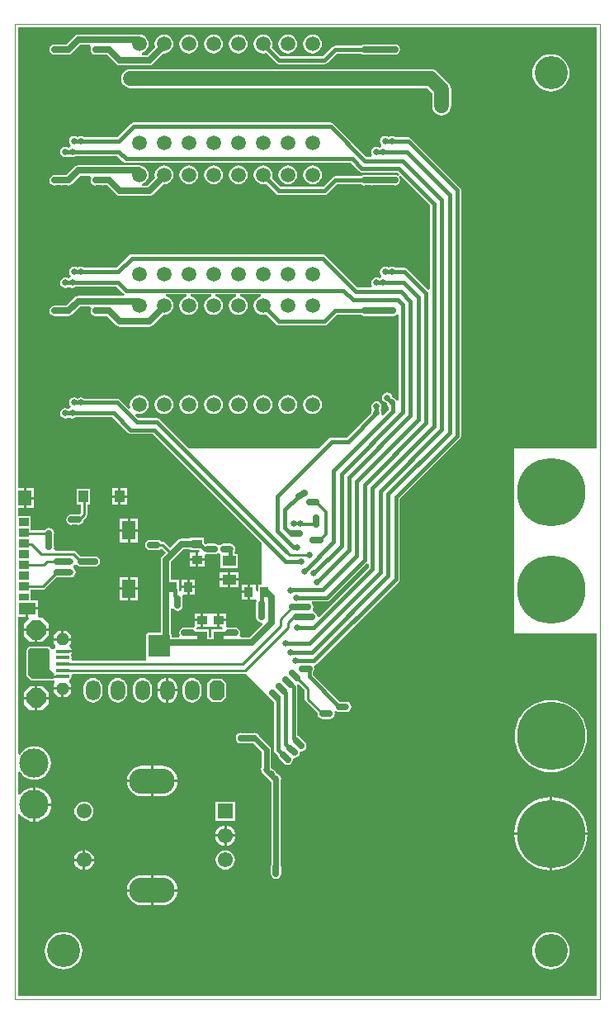
<source format=gbl>
G04*
G04 #@! TF.GenerationSoftware,Altium Limited,Altium Designer,20.0.13 (296)*
G04*
G04 Layer_Physical_Order=2*
G04 Layer_Color=16711680*
%FSLAX24Y24*%
%MOIN*%
G70*
G01*
G75*
%ADD14C,0.0010*%
%ADD15R,0.0394X0.0354*%
%ADD16R,0.0354X0.0394*%
%ADD24R,0.0551X0.0413*%
G04:AMPARAMS|DCode=38|XSize=102.4mil|YSize=185mil|CornerRadius=51.2mil|HoleSize=0mil|Usage=FLASHONLY|Rotation=270.000|XOffset=0mil|YOffset=0mil|HoleType=Round|Shape=RoundedRectangle|*
%AMROUNDEDRECTD38*
21,1,0.1024,0.0827,0,0,270.0*
21,1,0.0000,0.1850,0,0,270.0*
1,1,0.1024,-0.0413,0.0000*
1,1,0.1024,-0.0413,0.0000*
1,1,0.1024,0.0413,0.0000*
1,1,0.1024,0.0413,0.0000*
%
%ADD38ROUNDEDRECTD38*%
%ADD39C,0.0610*%
%ADD40R,0.0610X0.0610*%
%ADD47C,0.0250*%
%ADD48C,0.0115*%
%ADD49C,0.0100*%
%ADD50C,0.0150*%
%ADD51C,0.0600*%
%ADD52C,0.0220*%
%ADD53C,0.0120*%
%ADD54C,0.1181*%
%ADD55C,0.2756*%
%ADD56P,0.0533X8X112.5*%
%ADD57P,0.0852X8X112.5*%
%ADD58C,0.0591*%
G04:AMPARAMS|DCode=59|XSize=59.1mil|YSize=78.7mil|CornerRadius=0mil|HoleSize=0mil|Usage=FLASHONLY|Rotation=180.000|XOffset=0mil|YOffset=0mil|HoleType=Round|Shape=Octagon|*
%AMOCTAGOND59*
4,1,8,0.0148,-0.0394,-0.0148,-0.0394,-0.0295,-0.0246,-0.0295,0.0246,-0.0148,0.0394,0.0148,0.0394,0.0295,0.0246,0.0295,-0.0246,0.0148,-0.0394,0.0*
%
%ADD59OCTAGOND59*%

%ADD60O,0.0591X0.0827*%
%ADD61C,0.0256*%
%ADD62C,0.1339*%
%ADD63O,0.0551X0.0157*%
%ADD64R,0.0709X0.0461*%
%ADD65R,0.0433X0.0295*%
%ADD66R,0.0433X0.0335*%
%ADD67R,0.0531X0.0610*%
%ADD68R,0.0394X0.0472*%
%ADD69R,0.0531X0.0748*%
G36*
X23490Y22244D02*
X20177D01*
Y14764D01*
X23490D01*
X23490Y132D01*
X132D01*
Y7466D01*
X206Y7487D01*
X212Y7487D01*
X297Y7383D01*
X402Y7297D01*
X522Y7233D01*
X652Y7193D01*
X737Y7185D01*
Y7874D01*
Y8563D01*
X652Y8555D01*
X522Y8515D01*
X402Y8451D01*
X297Y8365D01*
X212Y8261D01*
X206Y8261D01*
X132Y8282D01*
Y9182D01*
X212Y9202D01*
X227Y9173D01*
X311Y9071D01*
X413Y8987D01*
X530Y8925D01*
X656Y8886D01*
X787Y8873D01*
X919Y8886D01*
X1045Y8925D01*
X1162Y8987D01*
X1264Y9071D01*
X1348Y9173D01*
X1410Y9289D01*
X1448Y9416D01*
X1461Y9547D01*
X1448Y9679D01*
X1410Y9805D01*
X1348Y9922D01*
X1264Y10024D01*
X1162Y10107D01*
X1045Y10170D01*
X919Y10208D01*
X787Y10221D01*
X656Y10208D01*
X530Y10170D01*
X413Y10107D01*
X311Y10024D01*
X227Y9922D01*
X212Y9893D01*
X132Y9913D01*
Y15453D01*
X442D01*
Y15783D01*
X492D01*
Y15833D01*
X946D01*
Y16114D01*
X651D01*
Y16541D01*
X1122D01*
X1173Y16551D01*
X1216Y16580D01*
X1672Y17036D01*
X1693Y17032D01*
X1708Y17035D01*
X1953D01*
X1969Y17032D01*
X1984Y17035D01*
X2205D01*
X2217Y17037D01*
X2244Y17032D01*
X2325Y17048D01*
X2394Y17094D01*
X2440Y17163D01*
X2456Y17244D01*
X2440Y17325D01*
X2394Y17394D01*
X2365Y17414D01*
X2365Y17508D01*
X2394Y17527D01*
X2414Y17557D01*
X2508D01*
X2527Y17527D01*
X2596Y17481D01*
X2677Y17465D01*
X2692Y17468D01*
X2938D01*
X2953Y17465D01*
X2968Y17468D01*
X3213D01*
X3228Y17465D01*
X3309Y17481D01*
X3378Y17527D01*
X3424Y17596D01*
X3440Y17677D01*
X3424Y17758D01*
X3378Y17827D01*
X3309Y17873D01*
X3228Y17889D01*
X3213Y17886D01*
X2968D01*
X2953Y17889D01*
X2938Y17886D01*
X2692D01*
X2677Y17889D01*
X2657Y17885D01*
X2456Y18086D01*
X2413Y18115D01*
X2362Y18125D01*
X1621D01*
X1577Y18205D01*
X1590Y18268D01*
X1587Y18283D01*
Y18528D01*
X1590Y18543D01*
X1587Y18558D01*
Y18804D01*
X1590Y18819D01*
X1574Y18900D01*
X1528Y18969D01*
X1459Y19015D01*
X1378Y19031D01*
X1297Y19015D01*
X1228Y18969D01*
X1216Y18951D01*
X651D01*
Y19519D01*
X132D01*
Y19835D01*
X354D01*
Y20240D01*
Y20645D01*
X132D01*
Y39238D01*
X23490D01*
X23490Y22244D01*
D02*
G37*
%LPC*%
G36*
X4999Y38949D02*
X2558D01*
X2478Y38933D01*
X2410Y38887D01*
X2410Y38887D01*
X2078Y38555D01*
X1904D01*
X1889Y38558D01*
X1874Y38555D01*
X1628D01*
X1613Y38558D01*
X1532Y38542D01*
X1463Y38496D01*
X1417Y38427D01*
X1401Y38346D01*
X1417Y38265D01*
X1463Y38196D01*
X1532Y38150D01*
X1613Y38134D01*
X1628Y38137D01*
X1874D01*
X1889Y38134D01*
X1904Y38137D01*
X2149D01*
X2165Y38134D01*
X2246Y38150D01*
X2314Y38196D01*
X2323Y38209D01*
X2645Y38531D01*
X3044D01*
X3087Y38451D01*
X3071Y38427D01*
X3055Y38346D01*
X3071Y38265D01*
X3117Y38196D01*
X3186Y38150D01*
X3267Y38134D01*
X3282Y38137D01*
X3527D01*
X3542Y38134D01*
X3558Y38137D01*
X3731D01*
X4103Y37765D01*
X4103Y37765D01*
X4171Y37720D01*
X4251Y37704D01*
X5432D01*
X5432Y37704D01*
X5512Y37720D01*
X5580Y37765D01*
X6006Y38191D01*
X6024Y38188D01*
X6122Y38201D01*
X6213Y38239D01*
X6291Y38299D01*
X6351Y38378D01*
X6389Y38469D01*
X6402Y38567D01*
X6389Y38665D01*
X6351Y38756D01*
X6291Y38835D01*
X6213Y38895D01*
X6122Y38933D01*
X6024Y38945D01*
X5926Y38933D01*
X5834Y38895D01*
X5756Y38835D01*
X5696Y38756D01*
X5658Y38665D01*
X5645Y38567D01*
X5658Y38469D01*
X5668Y38444D01*
X5346Y38122D01*
X5131D01*
X5122Y38201D01*
X5213Y38239D01*
X5291Y38299D01*
X5351Y38378D01*
X5389Y38469D01*
X5402Y38567D01*
X5389Y38665D01*
X5351Y38756D01*
X5291Y38835D01*
X5213Y38895D01*
X5122Y38933D01*
X5024Y38945D01*
X5019Y38945D01*
X4999Y38949D01*
D02*
G37*
G36*
X12024Y38945D02*
X11926Y38933D01*
X11834Y38895D01*
X11756Y38835D01*
X11696Y38756D01*
X11658Y38665D01*
X11645Y38567D01*
X11658Y38469D01*
X11696Y38378D01*
X11756Y38299D01*
X11834Y38239D01*
X11926Y38201D01*
X12024Y38188D01*
X12122Y38201D01*
X12213Y38239D01*
X12291Y38299D01*
X12351Y38378D01*
X12389Y38469D01*
X12402Y38567D01*
X12389Y38665D01*
X12351Y38756D01*
X12291Y38835D01*
X12213Y38895D01*
X12122Y38933D01*
X12024Y38945D01*
D02*
G37*
G36*
X11024D02*
X10926Y38933D01*
X10834Y38895D01*
X10756Y38835D01*
X10696Y38756D01*
X10658Y38665D01*
X10645Y38567D01*
X10658Y38469D01*
X10696Y38378D01*
X10756Y38299D01*
X10834Y38239D01*
X10926Y38201D01*
X11024Y38188D01*
X11122Y38201D01*
X11213Y38239D01*
X11291Y38299D01*
X11351Y38378D01*
X11389Y38469D01*
X11402Y38567D01*
X11389Y38665D01*
X11351Y38756D01*
X11291Y38835D01*
X11213Y38895D01*
X11122Y38933D01*
X11024Y38945D01*
D02*
G37*
G36*
X9024D02*
X8926Y38933D01*
X8834Y38895D01*
X8756Y38835D01*
X8696Y38756D01*
X8658Y38665D01*
X8645Y38567D01*
X8658Y38469D01*
X8696Y38378D01*
X8756Y38299D01*
X8834Y38239D01*
X8926Y38201D01*
X9024Y38188D01*
X9122Y38201D01*
X9213Y38239D01*
X9291Y38299D01*
X9351Y38378D01*
X9389Y38469D01*
X9402Y38567D01*
X9389Y38665D01*
X9351Y38756D01*
X9291Y38835D01*
X9213Y38895D01*
X9122Y38933D01*
X9024Y38945D01*
D02*
G37*
G36*
X8024D02*
X7926Y38933D01*
X7834Y38895D01*
X7756Y38835D01*
X7696Y38756D01*
X7658Y38665D01*
X7645Y38567D01*
X7658Y38469D01*
X7696Y38378D01*
X7756Y38299D01*
X7834Y38239D01*
X7926Y38201D01*
X8024Y38188D01*
X8122Y38201D01*
X8213Y38239D01*
X8291Y38299D01*
X8351Y38378D01*
X8389Y38469D01*
X8402Y38567D01*
X8389Y38665D01*
X8351Y38756D01*
X8291Y38835D01*
X8213Y38895D01*
X8122Y38933D01*
X8024Y38945D01*
D02*
G37*
G36*
X7024D02*
X6926Y38933D01*
X6834Y38895D01*
X6756Y38835D01*
X6696Y38756D01*
X6658Y38665D01*
X6645Y38567D01*
X6658Y38469D01*
X6696Y38378D01*
X6756Y38299D01*
X6834Y38239D01*
X6926Y38201D01*
X7024Y38188D01*
X7122Y38201D01*
X7213Y38239D01*
X7291Y38299D01*
X7351Y38378D01*
X7389Y38469D01*
X7402Y38567D01*
X7389Y38665D01*
X7351Y38756D01*
X7291Y38835D01*
X7213Y38895D01*
X7122Y38933D01*
X7024Y38945D01*
D02*
G37*
G36*
X10024D02*
X9926Y38933D01*
X9834Y38895D01*
X9756Y38835D01*
X9696Y38756D01*
X9658Y38665D01*
X9645Y38567D01*
X9658Y38469D01*
X9696Y38378D01*
X9756Y38299D01*
X9834Y38239D01*
X9926Y38201D01*
X10024Y38188D01*
X10122Y38201D01*
X10146Y38212D01*
X10557Y37801D01*
X10608Y37767D01*
X10668Y37755D01*
X12519D01*
X12579Y37767D01*
X12631Y37801D01*
X13017Y38188D01*
X13995D01*
X14052Y38150D01*
X14133Y38134D01*
X14148Y38137D01*
X14393D01*
X14409Y38134D01*
X14424Y38137D01*
X15338D01*
X15354Y38134D01*
X15435Y38150D01*
X15503Y38196D01*
X15549Y38265D01*
X15566Y38346D01*
X15549Y38427D01*
X15503Y38496D01*
X15435Y38542D01*
X15354Y38558D01*
X15338Y38555D01*
X14424D01*
X14409Y38558D01*
X14393Y38555D01*
X14148D01*
X14133Y38558D01*
X14052Y38542D01*
X13995Y38504D01*
X12952D01*
X12891Y38492D01*
X12840Y38458D01*
X12453Y38071D01*
X10734D01*
X10374Y38431D01*
X10389Y38469D01*
X10402Y38567D01*
X10389Y38665D01*
X10351Y38756D01*
X10291Y38835D01*
X10213Y38895D01*
X10122Y38933D01*
X10024Y38945D01*
D02*
G37*
G36*
X21654Y38154D02*
X21507Y38140D01*
X21365Y38097D01*
X21235Y38028D01*
X21121Y37934D01*
X21028Y37820D01*
X20958Y37690D01*
X20915Y37548D01*
X20901Y37402D01*
X20915Y37255D01*
X20958Y37113D01*
X21028Y36983D01*
X21121Y36869D01*
X21235Y36776D01*
X21365Y36706D01*
X21507Y36663D01*
X21654Y36649D01*
X21800Y36663D01*
X21942Y36706D01*
X22072Y36776D01*
X22186Y36869D01*
X22280Y36983D01*
X22349Y37113D01*
X22392Y37255D01*
X22406Y37402D01*
X22392Y37548D01*
X22349Y37690D01*
X22280Y37820D01*
X22186Y37934D01*
X22072Y38028D01*
X21942Y38097D01*
X21800Y38140D01*
X21654Y38154D01*
D02*
G37*
G36*
X16811Y37549D02*
X4685D01*
X4586Y37536D01*
X4493Y37497D01*
X4414Y37436D01*
X4353Y37357D01*
X4315Y37265D01*
X4302Y37165D01*
X4315Y37066D01*
X4353Y36974D01*
X4414Y36894D01*
X4493Y36833D01*
X4586Y36795D01*
X4685Y36782D01*
X16652D01*
X16861Y36574D01*
Y36073D01*
X16874Y35973D01*
X16912Y35881D01*
X16973Y35802D01*
X17052Y35741D01*
X17145Y35702D01*
X17244Y35689D01*
X17343Y35702D01*
X17436Y35741D01*
X17515Y35802D01*
X17576Y35881D01*
X17614Y35973D01*
X17627Y36073D01*
Y36417D01*
Y36732D01*
X17614Y36831D01*
X17576Y36924D01*
X17515Y37003D01*
X17082Y37436D01*
X17003Y37497D01*
X16910Y37536D01*
X16811Y37549D01*
D02*
G37*
G36*
X12756Y35394D02*
X4803D01*
X4743Y35382D01*
X4691Y35348D01*
X4147Y34803D01*
X2814D01*
X2757Y34841D01*
X2676Y34857D01*
X2595Y34841D01*
X2539Y34804D01*
X2538D01*
X2482Y34841D01*
X2401Y34857D01*
X2320Y34841D01*
X2251Y34795D01*
X2205Y34726D01*
X2189Y34645D01*
X2205Y34564D01*
X2251Y34495D01*
X2255Y34492D01*
X2242Y34416D01*
X2172Y34378D01*
X2128Y34408D01*
X2046Y34424D01*
X1965Y34408D01*
X1896Y34362D01*
X1851Y34293D01*
X1834Y34212D01*
X1851Y34131D01*
X1896Y34062D01*
X1965Y34016D01*
X2046Y34000D01*
X2128Y34016D01*
X2184Y34054D01*
X2241Y34016D01*
X2322Y34000D01*
X2403Y34016D01*
X2461Y34055D01*
X4147D01*
X4376Y33825D01*
X4428Y33791D01*
X4488Y33779D01*
X13557D01*
X13904Y33432D01*
X13955Y33397D01*
X14016Y33385D01*
X15446D01*
X15535Y33296D01*
X15484Y33234D01*
X15435Y33267D01*
X15354Y33283D01*
X15339Y33280D01*
X14425D01*
X14409Y33283D01*
X14394Y33280D01*
X14149D01*
X14134Y33283D01*
X14053Y33267D01*
X13996Y33229D01*
X12953D01*
X12892Y33217D01*
X12841Y33183D01*
X12454Y32796D01*
X10735D01*
X10374Y33157D01*
X10389Y33193D01*
X10402Y33291D01*
X10389Y33389D01*
X10351Y33481D01*
X10291Y33559D01*
X10213Y33619D01*
X10122Y33657D01*
X10024Y33670D01*
X9926Y33657D01*
X9834Y33619D01*
X9756Y33559D01*
X9696Y33481D01*
X9658Y33389D01*
X9645Y33291D01*
X9658Y33193D01*
X9696Y33102D01*
X9756Y33024D01*
X9834Y32964D01*
X9926Y32926D01*
X10024Y32913D01*
X10122Y32926D01*
X10147Y32936D01*
X10558Y32526D01*
X10609Y32492D01*
X10669Y32480D01*
X12520D01*
X12580Y32492D01*
X12631Y32526D01*
X13018Y32913D01*
X13996D01*
X14053Y32875D01*
X14134Y32859D01*
X14149Y32862D01*
X14394D01*
X14409Y32859D01*
X14425Y32862D01*
X15339D01*
X15354Y32859D01*
X15435Y32875D01*
X15504Y32921D01*
X15550Y32990D01*
X15566Y33071D01*
X15550Y33152D01*
X15517Y33201D01*
X15580Y33252D01*
X16771Y32061D01*
Y28684D01*
X16691Y28651D01*
X15860Y29482D01*
X15809Y29516D01*
X15748Y29528D01*
X15374D01*
X15317Y29566D01*
X15236Y29582D01*
X15155Y29566D01*
X15098Y29528D01*
X15098D01*
X15042Y29566D01*
X14961Y29582D01*
X14879Y29566D01*
X14811Y29520D01*
X14765Y29451D01*
X14749Y29370D01*
X14765Y29289D01*
X14811Y29220D01*
X14815Y29217D01*
X14802Y29141D01*
X14732Y29103D01*
X14687Y29133D01*
X14606Y29149D01*
X14525Y29133D01*
X14456Y29087D01*
X14410Y29018D01*
X14394Y28937D01*
X14410Y28856D01*
X14434Y28821D01*
X14393Y28741D01*
X13845D01*
X12553Y30033D01*
X12501Y30067D01*
X12441Y30079D01*
X4724D01*
X4664Y30067D01*
X4613Y30033D01*
X4108Y29528D01*
X2815D01*
X2758Y29566D01*
X2677Y29582D01*
X2596Y29566D01*
X2539Y29528D01*
X2539D01*
X2483Y29566D01*
X2402Y29582D01*
X2320Y29566D01*
X2252Y29520D01*
X2206Y29451D01*
X2190Y29370D01*
X2206Y29289D01*
X2252Y29220D01*
X2256Y29217D01*
X2243Y29141D01*
X2173Y29103D01*
X2128Y29133D01*
X2047Y29149D01*
X1966Y29133D01*
X1897Y29087D01*
X1851Y29018D01*
X1835Y28937D01*
X1851Y28856D01*
X1897Y28787D01*
X1966Y28741D01*
X2047Y28725D01*
X2128Y28741D01*
X2185Y28779D01*
X2185D01*
X2242Y28741D01*
X2323Y28725D01*
X2404Y28741D01*
X2461Y28779D01*
X4108D01*
X4376Y28510D01*
X4425Y28478D01*
X4426Y28472D01*
X4409Y28398D01*
X2559D01*
X2479Y28382D01*
X2411Y28337D01*
X2411Y28337D01*
X2079Y28004D01*
X1905D01*
X1890Y28007D01*
X1875Y28004D01*
X1629D01*
X1614Y28007D01*
X1533Y27991D01*
X1464Y27945D01*
X1418Y27876D01*
X1402Y27795D01*
X1418Y27714D01*
X1464Y27645D01*
X1533Y27599D01*
X1614Y27583D01*
X1629Y27586D01*
X1875D01*
X1890Y27583D01*
X1905Y27586D01*
X2150D01*
X2165Y27583D01*
X2246Y27599D01*
X2315Y27645D01*
X2324Y27658D01*
X2646Y27980D01*
X3045D01*
X3088Y27900D01*
X3072Y27876D01*
X3056Y27795D01*
X3072Y27714D01*
X3118Y27645D01*
X3187Y27599D01*
X3268Y27583D01*
X3283Y27586D01*
X3528D01*
X3543Y27583D01*
X3558Y27586D01*
X3732D01*
X4104Y27214D01*
X4104Y27214D01*
X4172Y27169D01*
X4252Y27153D01*
X5433D01*
X5433Y27153D01*
X5513Y27169D01*
X5581Y27214D01*
X6006Y27640D01*
X6024Y27637D01*
X6122Y27650D01*
X6213Y27688D01*
X6291Y27748D01*
X6351Y27826D01*
X6389Y27918D01*
X6402Y28016D01*
X6389Y28114D01*
X6351Y28205D01*
X6291Y28283D01*
X6213Y28344D01*
X6122Y28381D01*
X6101Y28384D01*
X6107Y28464D01*
X6941D01*
X6946Y28384D01*
X6926Y28381D01*
X6834Y28344D01*
X6756Y28283D01*
X6696Y28205D01*
X6658Y28114D01*
X6645Y28016D01*
X6658Y27918D01*
X6696Y27826D01*
X6756Y27748D01*
X6834Y27688D01*
X6926Y27650D01*
X7024Y27637D01*
X7122Y27650D01*
X7213Y27688D01*
X7291Y27748D01*
X7351Y27826D01*
X7389Y27918D01*
X7402Y28016D01*
X7389Y28114D01*
X7351Y28205D01*
X7291Y28283D01*
X7213Y28344D01*
X7122Y28381D01*
X7101Y28384D01*
X7107Y28464D01*
X7941D01*
X7946Y28384D01*
X7926Y28381D01*
X7834Y28344D01*
X7756Y28283D01*
X7696Y28205D01*
X7658Y28114D01*
X7645Y28016D01*
X7658Y27918D01*
X7696Y27826D01*
X7756Y27748D01*
X7834Y27688D01*
X7926Y27650D01*
X8024Y27637D01*
X8122Y27650D01*
X8213Y27688D01*
X8291Y27748D01*
X8351Y27826D01*
X8389Y27918D01*
X8402Y28016D01*
X8389Y28114D01*
X8351Y28205D01*
X8291Y28283D01*
X8213Y28344D01*
X8122Y28381D01*
X8101Y28384D01*
X8107Y28464D01*
X8941D01*
X8946Y28384D01*
X8926Y28381D01*
X8834Y28344D01*
X8756Y28283D01*
X8696Y28205D01*
X8658Y28114D01*
X8645Y28016D01*
X8658Y27918D01*
X8696Y27826D01*
X8756Y27748D01*
X8834Y27688D01*
X8926Y27650D01*
X9024Y27637D01*
X9122Y27650D01*
X9213Y27688D01*
X9291Y27748D01*
X9351Y27826D01*
X9389Y27918D01*
X9402Y28016D01*
X9389Y28114D01*
X9351Y28205D01*
X9291Y28283D01*
X9213Y28344D01*
X9122Y28381D01*
X9101Y28384D01*
X9107Y28464D01*
X9941D01*
X9946Y28384D01*
X9926Y28381D01*
X9834Y28344D01*
X9756Y28283D01*
X9696Y28205D01*
X9658Y28114D01*
X9645Y28016D01*
X9658Y27918D01*
X9696Y27826D01*
X9756Y27748D01*
X9834Y27688D01*
X9926Y27650D01*
X10024Y27637D01*
X10122Y27650D01*
X10147Y27661D01*
X10558Y27250D01*
X10609Y27216D01*
X10669Y27204D01*
X12520D01*
X12580Y27216D01*
X12631Y27250D01*
X13018Y27637D01*
X13996D01*
X14053Y27599D01*
X14134Y27583D01*
X14149Y27586D01*
X14394D01*
X14409Y27583D01*
X14425Y27586D01*
X15260D01*
X15276Y27583D01*
X15357Y27599D01*
X15426Y27645D01*
X15431Y27654D01*
X15511Y27630D01*
Y24188D01*
X15432Y24176D01*
X15386Y24244D01*
X15317Y24290D01*
X15251Y24304D01*
X15249Y24306D01*
X15235Y24372D01*
X15189Y24441D01*
X15121Y24487D01*
X15039Y24503D01*
X14958Y24487D01*
X14889Y24441D01*
X14843Y24372D01*
X14827Y24291D01*
X14843Y24210D01*
X14889Y24141D01*
X14958Y24095D01*
X15025Y24082D01*
X15027Y24080D01*
X15040Y24013D01*
X15086Y23945D01*
X15118Y23924D01*
Y23818D01*
X14885Y23585D01*
X14811Y23625D01*
X14818Y23661D01*
X14802Y23743D01*
X14764Y23799D01*
Y23799D01*
X14802Y23856D01*
X14818Y23937D01*
X14802Y24018D01*
X14756Y24087D01*
X14687Y24133D01*
X14606Y24149D01*
X14525Y24133D01*
X14456Y24087D01*
X14410Y24018D01*
X14394Y23937D01*
X14410Y23856D01*
X14448Y23799D01*
Y23799D01*
X14410Y23743D01*
X14397Y23676D01*
X13399Y22678D01*
X12795D01*
X12735Y22666D01*
X12684Y22631D01*
X12296Y22244D01*
X9908D01*
X9908Y22244D01*
X9908Y22244D01*
X9908D01*
D01*
X7213D01*
X7047Y22244D01*
X7047Y22244D01*
X6987Y22291D01*
X5860Y23419D01*
X5809Y23453D01*
X5748Y23465D01*
X4987D01*
X4862Y23590D01*
X4907Y23658D01*
X4926Y23650D01*
X5024Y23637D01*
X5122Y23650D01*
X5213Y23688D01*
X5291Y23748D01*
X5351Y23826D01*
X5389Y23918D01*
X5402Y24016D01*
X5389Y24114D01*
X5351Y24205D01*
X5291Y24283D01*
X5213Y24344D01*
X5122Y24381D01*
X5024Y24394D01*
X4926Y24381D01*
X4834Y24344D01*
X4756Y24283D01*
X4696Y24205D01*
X4658Y24114D01*
X4645Y24016D01*
X4658Y23918D01*
X4666Y23899D01*
X4598Y23854D01*
X4246Y24206D01*
X4194Y24241D01*
X4134Y24253D01*
X2815D01*
X2758Y24290D01*
X2677Y24307D01*
X2596Y24290D01*
X2539Y24253D01*
X2539D01*
X2483Y24290D01*
X2402Y24307D01*
X2320Y24290D01*
X2252Y24244D01*
X2206Y24176D01*
X2190Y24094D01*
X2206Y24013D01*
X2252Y23945D01*
X2256Y23942D01*
X2243Y23866D01*
X2173Y23828D01*
X2128Y23857D01*
X2047Y23873D01*
X1966Y23857D01*
X1897Y23811D01*
X1851Y23743D01*
X1835Y23661D01*
X1851Y23580D01*
X1897Y23511D01*
X1966Y23466D01*
X2047Y23449D01*
X2128Y23466D01*
X2185Y23503D01*
X2185D01*
X2242Y23466D01*
X2323Y23449D01*
X2404Y23466D01*
X2461Y23503D01*
X3950D01*
X4573Y22880D01*
X4625Y22846D01*
X4685Y22834D01*
X5564D01*
X9961Y18438D01*
Y16734D01*
X9822D01*
Y16510D01*
X9806Y16491D01*
X9726Y16520D01*
Y16754D01*
X9499D01*
Y16457D01*
Y16160D01*
X9723D01*
X9726Y16160D01*
X9731Y16159D01*
X9771Y16075D01*
X9765Y16065D01*
X9749Y15984D01*
X9752Y15969D01*
Y15724D01*
X9749Y15709D01*
X9752Y15694D01*
Y15448D01*
X9749Y15433D01*
X9765Y15352D01*
X9811Y15283D01*
X9879Y15237D01*
X9961Y15221D01*
X9972Y15223D01*
X10011Y15150D01*
X9480Y14618D01*
X9121D01*
X9078Y14698D01*
X9094Y14722D01*
X9110Y14803D01*
X9094Y14884D01*
X9048Y14953D01*
X8979Y14999D01*
X8898Y15015D01*
X8882Y15012D01*
X8637D01*
X8622Y15015D01*
X8593Y15009D01*
X8525Y15077D01*
Y15265D01*
X8278D01*
Y15038D01*
X8372D01*
X8412Y14958D01*
X8400Y14942D01*
X7951D01*
Y14618D01*
X7836D01*
Y14942D01*
X7348D01*
X7336Y14958D01*
X7376Y15038D01*
X7509D01*
Y15265D01*
X7262D01*
Y15109D01*
X7262Y15058D01*
X7255Y15050D01*
X7199Y15002D01*
X7126Y15015D01*
X7126Y15015D01*
X7111Y15012D01*
X6866D01*
X6850Y15015D01*
X6769Y14999D01*
X6700Y14953D01*
X6655Y14884D01*
X6638Y14803D01*
X6655Y14722D01*
X6670Y14698D01*
X6627Y14618D01*
X6341D01*
Y14724D01*
X6335Y14756D01*
X6318Y14782D01*
X6311Y14786D01*
Y15785D01*
X6391Y15806D01*
X6425Y15756D01*
X6494Y15710D01*
X6575Y15693D01*
X6656Y15710D01*
X6725Y15756D01*
X6771Y15824D01*
X6787Y15906D01*
X6784Y15921D01*
Y16166D01*
X6787Y16181D01*
X6771Y16262D01*
X6761Y16277D01*
X6804Y16357D01*
X6958D01*
Y16604D01*
X6731D01*
Y16496D01*
X6651Y16449D01*
X6635Y16458D01*
Y16930D01*
X6311D01*
Y17669D01*
X6486Y17844D01*
X6486Y17844D01*
X6819Y18177D01*
X7085D01*
Y18129D01*
X7449D01*
X7460Y18113D01*
X7417Y18033D01*
X7412D01*
Y17806D01*
X7659D01*
Y17941D01*
X7739Y17988D01*
X7795Y17977D01*
X7810Y17980D01*
X8056D01*
X8071Y17977D01*
X8152Y17993D01*
X8192Y18020D01*
X8246Y18032D01*
X8306Y17983D01*
Y17410D01*
X9017D01*
Y17984D01*
X8891D01*
X8867Y18064D01*
X8897Y18108D01*
X8913Y18189D01*
X8897Y18270D01*
X8851Y18339D01*
X8782Y18385D01*
X8701Y18401D01*
X8674Y18396D01*
X8661Y18398D01*
X8440D01*
X8425Y18401D01*
X8344Y18385D01*
X8304Y18358D01*
X8248Y18345D01*
X8192Y18358D01*
X8152Y18385D01*
X8071Y18401D01*
X8056Y18398D01*
X7810D01*
X7795Y18401D01*
X7714Y18385D01*
X7709Y18381D01*
X7639Y18451D01*
Y18643D01*
X7085D01*
Y18595D01*
X6732D01*
X6652Y18579D01*
X6584Y18534D01*
X6584Y18534D01*
X6285Y18234D01*
X6078Y18440D01*
X6035Y18469D01*
X5984Y18479D01*
X5910D01*
X5898Y18496D01*
X5829Y18542D01*
X5748Y18558D01*
X5733Y18555D01*
X5488D01*
X5472Y18558D01*
X5391Y18542D01*
X5323Y18496D01*
X5277Y18428D01*
X5260Y18346D01*
X5277Y18265D01*
X5323Y18197D01*
X5391Y18151D01*
X5472Y18134D01*
X5488Y18137D01*
X5733D01*
X5748Y18134D01*
X5829Y18151D01*
X5898Y18197D01*
X5975Y18168D01*
X6097Y18046D01*
X5955Y17904D01*
X5909Y17836D01*
X5893Y17756D01*
X5893Y17756D01*
Y14806D01*
X5394D01*
X5362Y14800D01*
X5336Y14782D01*
X5318Y14756D01*
X5312Y14724D01*
Y13858D01*
X5315Y13844D01*
Y13684D01*
X2336D01*
X2320Y13697D01*
X2281Y13764D01*
X2288Y13799D01*
X2276Y13861D01*
X2255Y13926D01*
X2294Y13985D01*
X2298Y14005D01*
X1929D01*
Y14105D01*
X2298D01*
X2294Y14125D01*
X2255Y14184D01*
X2233Y14199D01*
X2216Y14295D01*
X2275Y14355D01*
Y14478D01*
X1929D01*
X1583D01*
Y14355D01*
X1643Y14295D01*
X1626Y14199D01*
X1603Y14184D01*
X1572Y14137D01*
X1526Y14130D01*
X1514Y14132D01*
X1485Y14137D01*
X1475Y14152D01*
X1475Y14152D01*
X1396Y14231D01*
X1370Y14249D01*
X1339Y14255D01*
X1339Y14255D01*
X630D01*
X599Y14249D01*
X572Y14231D01*
X572Y14231D01*
X494Y14152D01*
X476Y14126D01*
X470Y14094D01*
X470Y14094D01*
Y13110D01*
X476Y13079D01*
X494Y13053D01*
X494Y13053D01*
X651Y12895D01*
X677Y12877D01*
X709Y12871D01*
X709Y12871D01*
X1570D01*
X1595Y12868D01*
X1602Y12864D01*
X1620Y12797D01*
X1618Y12775D01*
X1613Y12762D01*
X1583Y12732D01*
Y12609D01*
X1929D01*
X2275D01*
Y12732D01*
X2199Y12809D01*
X2218Y12902D01*
X2240Y12917D01*
X2276Y12970D01*
X2288Y13032D01*
X2285Y13048D01*
X2342Y13128D01*
X9291D01*
X9343Y13138D01*
X10197Y12283D01*
X10197D01*
X10198Y12281D01*
X10244Y12212D01*
X10257Y12204D01*
X10432Y12028D01*
X10441Y12015D01*
X10472Y11995D01*
Y10079D01*
X10484Y10018D01*
X10518Y9967D01*
X10618Y9868D01*
X10631Y9801D01*
X10677Y9732D01*
X10690Y9723D01*
X10865Y9548D01*
X10874Y9535D01*
X10942Y9489D01*
X11024Y9473D01*
X11105Y9489D01*
X11174Y9535D01*
X11220Y9604D01*
X11235Y9680D01*
X11243Y9703D01*
X11281Y9741D01*
X11304Y9750D01*
X11380Y9765D01*
X11449Y9811D01*
X11495Y9879D01*
X11510Y9955D01*
X11519Y9979D01*
X11557Y10017D01*
X11580Y10025D01*
X11656Y10040D01*
X11725Y10086D01*
X11771Y10155D01*
X11787Y10236D01*
X11771Y10317D01*
X11725Y10386D01*
X11712Y10395D01*
X11536Y10570D01*
X11528Y10583D01*
X11459Y10629D01*
X11418Y10637D01*
Y12598D01*
X11408Y12650D01*
X11410Y12666D01*
X11451Y12735D01*
X11483Y12739D01*
X11718Y12504D01*
Y12126D01*
X11728Y12075D01*
X11757Y12032D01*
X12233Y11556D01*
X12229Y11535D01*
X12245Y11454D01*
X12291Y11386D01*
X12360Y11340D01*
X12441Y11323D01*
X12456Y11326D01*
X12701D01*
X12717Y11323D01*
X12798Y11340D01*
X12866Y11386D01*
X12912Y11454D01*
X12929Y11535D01*
X12917Y11594D01*
X12978Y11645D01*
X12982Y11647D01*
X13029Y11615D01*
X13110Y11599D01*
X13125Y11602D01*
X13346D01*
X13359Y11604D01*
X13386Y11599D01*
X13467Y11615D01*
X13536Y11661D01*
X13582Y11730D01*
X13598Y11811D01*
X13582Y11892D01*
X13536Y11961D01*
X13467Y12007D01*
X13386Y12023D01*
X13359Y12018D01*
X13346Y12020D01*
X13125D01*
X13125Y12020D01*
X12048Y13097D01*
Y13209D01*
X12086Y13265D01*
X12102Y13346D01*
X12086Y13424D01*
X12086Y13429D01*
X12126Y13512D01*
X12145Y13515D01*
X12196Y13550D01*
X15505Y16859D01*
X15540Y16910D01*
X15552Y16971D01*
Y20200D01*
X17986Y22634D01*
X18020Y22685D01*
X18032Y22746D01*
Y32677D01*
X18020Y32738D01*
X17986Y32789D01*
X16017Y34757D01*
X15966Y34792D01*
X15906Y34804D01*
X15372D01*
X15317Y34841D01*
X15235Y34857D01*
X15154Y34841D01*
X15098Y34804D01*
X15097D01*
X15041Y34841D01*
X14960Y34857D01*
X14879Y34841D01*
X14810Y34795D01*
X14764Y34726D01*
X14748Y34645D01*
X14764Y34564D01*
X14810Y34495D01*
X14814Y34492D01*
X14801Y34416D01*
X14731Y34378D01*
X14687Y34408D01*
X14605Y34424D01*
X14524Y34408D01*
X14456Y34362D01*
X14410Y34293D01*
X14393Y34212D01*
X14410Y34131D01*
X14433Y34096D01*
X14391Y34016D01*
X14199D01*
X12868Y35348D01*
X12816Y35382D01*
X12756Y35394D01*
D02*
G37*
G36*
X5000Y33674D02*
X2559D01*
X2479Y33658D01*
X2411Y33612D01*
X2411Y33612D01*
X2079Y33280D01*
X1905D01*
X1890Y33283D01*
X1875Y33280D01*
X1629D01*
X1614Y33283D01*
X1533Y33267D01*
X1464Y33221D01*
X1418Y33152D01*
X1402Y33071D01*
X1418Y32990D01*
X1464Y32921D01*
X1533Y32875D01*
X1614Y32859D01*
X1629Y32862D01*
X1875D01*
X1890Y32859D01*
X1905Y32862D01*
X2150D01*
X2165Y32859D01*
X2246Y32875D01*
X2315Y32921D01*
X2324Y32934D01*
X2646Y33256D01*
X3045D01*
X3088Y33176D01*
X3072Y33152D01*
X3056Y33071D01*
X3072Y32990D01*
X3118Y32921D01*
X3187Y32875D01*
X3268Y32859D01*
X3283Y32862D01*
X3528D01*
X3543Y32859D01*
X3558Y32862D01*
X3732D01*
X4104Y32490D01*
X4104Y32490D01*
X4172Y32445D01*
X4252Y32429D01*
X5433D01*
X5433Y32429D01*
X5513Y32445D01*
X5581Y32490D01*
X6006Y32915D01*
X6024Y32913D01*
X6122Y32926D01*
X6213Y32964D01*
X6291Y33024D01*
X6351Y33102D01*
X6389Y33193D01*
X6402Y33291D01*
X6389Y33389D01*
X6351Y33481D01*
X6291Y33559D01*
X6213Y33619D01*
X6122Y33657D01*
X6024Y33670D01*
X5926Y33657D01*
X5834Y33619D01*
X5756Y33559D01*
X5696Y33481D01*
X5658Y33389D01*
X5645Y33291D01*
X5658Y33193D01*
X5668Y33169D01*
X5346Y32847D01*
X5133D01*
X5122Y32926D01*
X5213Y32964D01*
X5291Y33024D01*
X5351Y33102D01*
X5389Y33193D01*
X5402Y33291D01*
X5389Y33389D01*
X5351Y33481D01*
X5291Y33559D01*
X5213Y33619D01*
X5122Y33657D01*
X5024Y33670D01*
X5021Y33669D01*
X5000Y33674D01*
D02*
G37*
G36*
X12024Y33670D02*
X11926Y33657D01*
X11834Y33619D01*
X11756Y33559D01*
X11696Y33481D01*
X11658Y33389D01*
X11645Y33291D01*
X11658Y33193D01*
X11696Y33102D01*
X11756Y33024D01*
X11834Y32964D01*
X11926Y32926D01*
X12024Y32913D01*
X12122Y32926D01*
X12213Y32964D01*
X12291Y33024D01*
X12351Y33102D01*
X12389Y33193D01*
X12402Y33291D01*
X12389Y33389D01*
X12351Y33481D01*
X12291Y33559D01*
X12213Y33619D01*
X12122Y33657D01*
X12024Y33670D01*
D02*
G37*
G36*
X11024D02*
X10926Y33657D01*
X10834Y33619D01*
X10756Y33559D01*
X10696Y33481D01*
X10658Y33389D01*
X10645Y33291D01*
X10658Y33193D01*
X10696Y33102D01*
X10756Y33024D01*
X10834Y32964D01*
X10926Y32926D01*
X11024Y32913D01*
X11122Y32926D01*
X11213Y32964D01*
X11291Y33024D01*
X11351Y33102D01*
X11389Y33193D01*
X11402Y33291D01*
X11389Y33389D01*
X11351Y33481D01*
X11291Y33559D01*
X11213Y33619D01*
X11122Y33657D01*
X11024Y33670D01*
D02*
G37*
G36*
X9024D02*
X8926Y33657D01*
X8834Y33619D01*
X8756Y33559D01*
X8696Y33481D01*
X8658Y33389D01*
X8645Y33291D01*
X8658Y33193D01*
X8696Y33102D01*
X8756Y33024D01*
X8834Y32964D01*
X8926Y32926D01*
X9024Y32913D01*
X9122Y32926D01*
X9213Y32964D01*
X9291Y33024D01*
X9351Y33102D01*
X9389Y33193D01*
X9402Y33291D01*
X9389Y33389D01*
X9351Y33481D01*
X9291Y33559D01*
X9213Y33619D01*
X9122Y33657D01*
X9024Y33670D01*
D02*
G37*
G36*
X8024D02*
X7926Y33657D01*
X7834Y33619D01*
X7756Y33559D01*
X7696Y33481D01*
X7658Y33389D01*
X7645Y33291D01*
X7658Y33193D01*
X7696Y33102D01*
X7756Y33024D01*
X7834Y32964D01*
X7926Y32926D01*
X8024Y32913D01*
X8122Y32926D01*
X8213Y32964D01*
X8291Y33024D01*
X8351Y33102D01*
X8389Y33193D01*
X8402Y33291D01*
X8389Y33389D01*
X8351Y33481D01*
X8291Y33559D01*
X8213Y33619D01*
X8122Y33657D01*
X8024Y33670D01*
D02*
G37*
G36*
X7024D02*
X6926Y33657D01*
X6834Y33619D01*
X6756Y33559D01*
X6696Y33481D01*
X6658Y33389D01*
X6645Y33291D01*
X6658Y33193D01*
X6696Y33102D01*
X6756Y33024D01*
X6834Y32964D01*
X6926Y32926D01*
X7024Y32913D01*
X7122Y32926D01*
X7213Y32964D01*
X7291Y33024D01*
X7351Y33102D01*
X7389Y33193D01*
X7402Y33291D01*
X7389Y33389D01*
X7351Y33481D01*
X7291Y33559D01*
X7213Y33619D01*
X7122Y33657D01*
X7024Y33670D01*
D02*
G37*
G36*
X12024Y24394D02*
X11926Y24381D01*
X11834Y24344D01*
X11756Y24283D01*
X11696Y24205D01*
X11658Y24114D01*
X11645Y24016D01*
X11658Y23918D01*
X11696Y23826D01*
X11756Y23748D01*
X11834Y23688D01*
X11926Y23650D01*
X12024Y23637D01*
X12122Y23650D01*
X12213Y23688D01*
X12291Y23748D01*
X12351Y23826D01*
X12389Y23918D01*
X12402Y24016D01*
X12389Y24114D01*
X12351Y24205D01*
X12291Y24283D01*
X12213Y24344D01*
X12122Y24381D01*
X12024Y24394D01*
D02*
G37*
G36*
X11024D02*
X10926Y24381D01*
X10834Y24344D01*
X10756Y24283D01*
X10696Y24205D01*
X10658Y24114D01*
X10645Y24016D01*
X10658Y23918D01*
X10696Y23826D01*
X10756Y23748D01*
X10834Y23688D01*
X10926Y23650D01*
X11024Y23637D01*
X11122Y23650D01*
X11213Y23688D01*
X11291Y23748D01*
X11351Y23826D01*
X11389Y23918D01*
X11402Y24016D01*
X11389Y24114D01*
X11351Y24205D01*
X11291Y24283D01*
X11213Y24344D01*
X11122Y24381D01*
X11024Y24394D01*
D02*
G37*
G36*
X10024D02*
X9926Y24381D01*
X9834Y24344D01*
X9756Y24283D01*
X9696Y24205D01*
X9658Y24114D01*
X9645Y24016D01*
X9658Y23918D01*
X9696Y23826D01*
X9756Y23748D01*
X9834Y23688D01*
X9926Y23650D01*
X10024Y23637D01*
X10122Y23650D01*
X10213Y23688D01*
X10291Y23748D01*
X10351Y23826D01*
X10389Y23918D01*
X10402Y24016D01*
X10389Y24114D01*
X10351Y24205D01*
X10291Y24283D01*
X10213Y24344D01*
X10122Y24381D01*
X10024Y24394D01*
D02*
G37*
G36*
X9024D02*
X8926Y24381D01*
X8834Y24344D01*
X8756Y24283D01*
X8696Y24205D01*
X8658Y24114D01*
X8645Y24016D01*
X8658Y23918D01*
X8696Y23826D01*
X8756Y23748D01*
X8834Y23688D01*
X8926Y23650D01*
X9024Y23637D01*
X9122Y23650D01*
X9213Y23688D01*
X9291Y23748D01*
X9351Y23826D01*
X9389Y23918D01*
X9402Y24016D01*
X9389Y24114D01*
X9351Y24205D01*
X9291Y24283D01*
X9213Y24344D01*
X9122Y24381D01*
X9024Y24394D01*
D02*
G37*
G36*
X8024D02*
X7926Y24381D01*
X7834Y24344D01*
X7756Y24283D01*
X7696Y24205D01*
X7658Y24114D01*
X7645Y24016D01*
X7658Y23918D01*
X7696Y23826D01*
X7756Y23748D01*
X7834Y23688D01*
X7926Y23650D01*
X8024Y23637D01*
X8122Y23650D01*
X8213Y23688D01*
X8291Y23748D01*
X8351Y23826D01*
X8389Y23918D01*
X8402Y24016D01*
X8389Y24114D01*
X8351Y24205D01*
X8291Y24283D01*
X8213Y24344D01*
X8122Y24381D01*
X8024Y24394D01*
D02*
G37*
G36*
X7024D02*
X6926Y24381D01*
X6834Y24344D01*
X6756Y24283D01*
X6696Y24205D01*
X6658Y24114D01*
X6645Y24016D01*
X6658Y23918D01*
X6696Y23826D01*
X6756Y23748D01*
X6834Y23688D01*
X6926Y23650D01*
X7024Y23637D01*
X7122Y23650D01*
X7213Y23688D01*
X7291Y23748D01*
X7351Y23826D01*
X7389Y23918D01*
X7402Y24016D01*
X7389Y24114D01*
X7351Y24205D01*
X7291Y24283D01*
X7213Y24344D01*
X7122Y24381D01*
X7024Y24394D01*
D02*
G37*
G36*
X6024D02*
X5926Y24381D01*
X5834Y24344D01*
X5756Y24283D01*
X5696Y24205D01*
X5658Y24114D01*
X5645Y24016D01*
X5658Y23918D01*
X5696Y23826D01*
X5756Y23748D01*
X5834Y23688D01*
X5926Y23650D01*
X6024Y23637D01*
X6122Y23650D01*
X6213Y23688D01*
X6291Y23748D01*
X6351Y23826D01*
X6389Y23918D01*
X6402Y24016D01*
X6389Y24114D01*
X6351Y24205D01*
X6291Y24283D01*
X6213Y24344D01*
X6122Y24381D01*
X6024Y24394D01*
D02*
G37*
G36*
X4529Y20645D02*
X4282D01*
Y20359D01*
X4529D01*
Y20645D01*
D02*
G37*
G36*
X4182D02*
X3935D01*
Y20359D01*
X4182D01*
Y20645D01*
D02*
G37*
G36*
X769D02*
X454D01*
Y20290D01*
X769D01*
Y20645D01*
D02*
G37*
G36*
X4529Y20259D02*
X4282D01*
Y19973D01*
X4529D01*
Y20259D01*
D02*
G37*
G36*
X4182D02*
X3935D01*
Y19973D01*
X4182D01*
Y20259D01*
D02*
G37*
G36*
X769Y20190D02*
X454D01*
Y19835D01*
X769D01*
Y20190D01*
D02*
G37*
G36*
X3052Y20625D02*
X2499D01*
Y19993D01*
X2663D01*
Y19627D01*
X2603Y19573D01*
X2559Y19582D01*
X2544Y19579D01*
X2299D01*
X2283Y19582D01*
X2202Y19566D01*
X2134Y19520D01*
X2088Y19451D01*
X2071Y19370D01*
X2088Y19289D01*
X2134Y19220D01*
X2202Y19174D01*
X2283Y19158D01*
X2299Y19161D01*
X2544D01*
X2559Y19158D01*
X2640Y19174D01*
X2709Y19220D01*
X2755Y19289D01*
X2767Y19352D01*
X2889Y19473D01*
X2918Y19516D01*
X2928Y19567D01*
Y19993D01*
X3052D01*
Y20625D01*
D02*
G37*
G36*
X4982Y19405D02*
X4666D01*
Y18981D01*
X4982D01*
Y19405D01*
D02*
G37*
G36*
X4566D02*
X4250D01*
Y18981D01*
X4566D01*
Y19405D01*
D02*
G37*
G36*
X4982Y18881D02*
X4666D01*
Y18457D01*
X4982D01*
Y18881D01*
D02*
G37*
G36*
X4566D02*
X4250D01*
Y18457D01*
X4566D01*
Y18881D01*
D02*
G37*
G36*
X7312Y18033D02*
X7065D01*
Y17806D01*
X7312D01*
Y18033D01*
D02*
G37*
G36*
X7659Y17706D02*
X7412D01*
Y17479D01*
X7659D01*
Y17706D01*
D02*
G37*
G36*
X7312D02*
X7065D01*
Y17479D01*
X7312D01*
Y17706D01*
D02*
G37*
G36*
X9037Y17256D02*
X8711D01*
Y16999D01*
X9037D01*
Y17256D01*
D02*
G37*
G36*
X8611D02*
X8286D01*
Y16999D01*
X8611D01*
Y17256D01*
D02*
G37*
G36*
X7285Y16950D02*
X7058D01*
Y16704D01*
X7285D01*
Y16950D01*
D02*
G37*
G36*
X6958D02*
X6731D01*
Y16704D01*
X6958D01*
Y16950D01*
D02*
G37*
G36*
X9037Y16899D02*
X8711D01*
Y16642D01*
X9037D01*
Y16899D01*
D02*
G37*
G36*
X8611D02*
X8286D01*
Y16642D01*
X8611D01*
Y16899D01*
D02*
G37*
G36*
X4982Y17055D02*
X4666D01*
Y16631D01*
X4982D01*
Y17055D01*
D02*
G37*
G36*
X4566D02*
X4250D01*
Y16631D01*
X4566D01*
Y17055D01*
D02*
G37*
G36*
X9399Y16754D02*
X9172D01*
Y16507D01*
X9399D01*
Y16754D01*
D02*
G37*
G36*
X7285Y16604D02*
X7058D01*
Y16357D01*
X7285D01*
Y16604D01*
D02*
G37*
G36*
X9399Y16407D02*
X9172D01*
Y16160D01*
X9399D01*
Y16407D01*
D02*
G37*
G36*
X4982Y16531D02*
X4666D01*
Y16107D01*
X4982D01*
Y16531D01*
D02*
G37*
G36*
X4566D02*
X4250D01*
Y16107D01*
X4566D01*
Y16531D01*
D02*
G37*
G36*
X8278Y15592D02*
Y15365D01*
X8525D01*
Y15592D01*
X8278D01*
D02*
G37*
G36*
X7509D02*
X7262D01*
Y15365D01*
X7509D01*
Y15592D01*
D02*
G37*
G36*
X7932Y15592D02*
X7856D01*
X7851Y15592D01*
X7609D01*
Y15315D01*
Y15038D01*
X7851D01*
X7856Y15038D01*
X7932D01*
X7936Y15038D01*
X8178D01*
Y15315D01*
Y15592D01*
X7936D01*
X7932Y15592D01*
D02*
G37*
G36*
X946Y15733D02*
X542D01*
Y15453D01*
X544D01*
X577Y15373D01*
X372Y15168D01*
Y14971D01*
X866D01*
X1360D01*
Y15168D01*
X1113Y15415D01*
X1011D01*
X946Y15453D01*
X946Y15495D01*
Y15733D01*
D02*
G37*
G36*
X2102Y14874D02*
X1979D01*
Y14578D01*
X2275D01*
Y14701D01*
X2102Y14874D01*
D02*
G37*
G36*
X1879D02*
X1756D01*
X1583Y14701D01*
Y14578D01*
X1879D01*
Y14874D01*
D02*
G37*
G36*
X1360Y14871D02*
X916D01*
Y14428D01*
X1113D01*
X1360Y14674D01*
Y14871D01*
D02*
G37*
G36*
X816D02*
X372D01*
Y14674D01*
X619Y14428D01*
X816D01*
Y14871D01*
D02*
G37*
G36*
X6207Y12991D02*
Y12530D01*
X6556D01*
Y12598D01*
X6543Y12702D01*
X6503Y12798D01*
X6439Y12880D01*
X6357Y12944D01*
X6261Y12984D01*
X6207Y12991D01*
D02*
G37*
G36*
X6107Y12991D02*
X6054Y12984D01*
X5958Y12944D01*
X5876Y12880D01*
X5812Y12798D01*
X5772Y12702D01*
X5759Y12598D01*
Y12530D01*
X6107D01*
Y12991D01*
D02*
G37*
G36*
X1113Y12659D02*
X916D01*
Y12215D01*
X1360D01*
Y12412D01*
X1113Y12659D01*
D02*
G37*
G36*
X816D02*
X619D01*
X372Y12412D01*
Y12215D01*
X816D01*
Y12659D01*
D02*
G37*
G36*
X2275Y12509D02*
X1979D01*
Y12213D01*
X2102D01*
X2275Y12386D01*
Y12509D01*
D02*
G37*
G36*
X1879D02*
X1583D01*
Y12386D01*
X1756Y12213D01*
X1879D01*
Y12509D01*
D02*
G37*
G36*
X8345Y12954D02*
X7970D01*
X7782Y12766D01*
Y12194D01*
X7970Y12007D01*
X8345D01*
X8533Y12194D01*
Y12766D01*
X8345Y12954D01*
D02*
G37*
G36*
X7157Y12977D02*
X7060Y12964D01*
X6968Y12926D01*
X6890Y12866D01*
X6830Y12788D01*
X6792Y12696D01*
X6779Y12598D01*
Y12362D01*
X6792Y12264D01*
X6830Y12173D01*
X6890Y12095D01*
X6968Y12034D01*
X7060Y11997D01*
X7157Y11984D01*
X7255Y11997D01*
X7347Y12034D01*
X7425Y12095D01*
X7485Y12173D01*
X7523Y12264D01*
X7536Y12362D01*
Y12598D01*
X7523Y12696D01*
X7485Y12788D01*
X7425Y12866D01*
X7347Y12926D01*
X7255Y12964D01*
X7157Y12977D01*
D02*
G37*
G36*
X5157D02*
X5060Y12964D01*
X4968Y12926D01*
X4890Y12866D01*
X4830Y12788D01*
X4792Y12696D01*
X4779Y12598D01*
Y12362D01*
X4792Y12264D01*
X4830Y12173D01*
X4890Y12095D01*
X4968Y12034D01*
X5060Y11997D01*
X5157Y11984D01*
X5255Y11997D01*
X5347Y12034D01*
X5425Y12095D01*
X5485Y12173D01*
X5523Y12264D01*
X5536Y12362D01*
Y12598D01*
X5523Y12696D01*
X5485Y12788D01*
X5425Y12866D01*
X5347Y12926D01*
X5255Y12964D01*
X5157Y12977D01*
D02*
G37*
G36*
X4157D02*
X4060Y12964D01*
X3968Y12926D01*
X3890Y12866D01*
X3830Y12788D01*
X3792Y12696D01*
X3779Y12598D01*
Y12362D01*
X3792Y12264D01*
X3830Y12173D01*
X3890Y12095D01*
X3968Y12034D01*
X4060Y11997D01*
X4157Y11984D01*
X4255Y11997D01*
X4347Y12034D01*
X4425Y12095D01*
X4485Y12173D01*
X4523Y12264D01*
X4536Y12362D01*
Y12598D01*
X4523Y12696D01*
X4485Y12788D01*
X4425Y12866D01*
X4347Y12926D01*
X4255Y12964D01*
X4157Y12977D01*
D02*
G37*
G36*
X3157D02*
X3060Y12964D01*
X2968Y12926D01*
X2890Y12866D01*
X2830Y12788D01*
X2792Y12696D01*
X2779Y12598D01*
Y12362D01*
X2792Y12264D01*
X2830Y12173D01*
X2890Y12095D01*
X2968Y12034D01*
X3060Y11997D01*
X3157Y11984D01*
X3255Y11997D01*
X3347Y12034D01*
X3425Y12095D01*
X3485Y12173D01*
X3523Y12264D01*
X3536Y12362D01*
Y12598D01*
X3523Y12696D01*
X3485Y12788D01*
X3425Y12866D01*
X3347Y12926D01*
X3255Y12964D01*
X3157Y12977D01*
D02*
G37*
G36*
X6556Y12430D02*
X6207D01*
Y11970D01*
X6261Y11977D01*
X6357Y12017D01*
X6439Y12080D01*
X6503Y12163D01*
X6543Y12259D01*
X6556Y12362D01*
Y12430D01*
D02*
G37*
G36*
X6107D02*
X5759D01*
Y12362D01*
X5772Y12259D01*
X5812Y12163D01*
X5876Y12080D01*
X5958Y12017D01*
X6054Y11977D01*
X6107Y11970D01*
Y12430D01*
D02*
G37*
G36*
X1360Y12115D02*
X916D01*
Y11672D01*
X1113D01*
X1360Y11918D01*
Y12115D01*
D02*
G37*
G36*
X816D02*
X372D01*
Y11918D01*
X619Y11672D01*
X816D01*
Y12115D01*
D02*
G37*
G36*
X9685Y10763D02*
X9670Y10760D01*
X9425D01*
X9409Y10763D01*
X9394Y10760D01*
X9149D01*
X9134Y10763D01*
X9053Y10747D01*
X8984Y10701D01*
X8938Y10632D01*
X8922Y10551D01*
X8938Y10470D01*
X8984Y10401D01*
X9053Y10355D01*
X9134Y10339D01*
X9149Y10342D01*
X9394D01*
X9409Y10339D01*
X9425Y10342D01*
X9620D01*
X9964Y9998D01*
Y9376D01*
X9962Y9372D01*
X9945Y9291D01*
X9962Y9210D01*
X9977Y9188D01*
X9979Y9178D01*
X10021Y9115D01*
X10178Y8958D01*
X10202Y8942D01*
X10217Y8918D01*
X10357Y8778D01*
Y5439D01*
X10355Y5435D01*
X10339Y5354D01*
X10342Y5339D01*
Y5094D01*
X10339Y5079D01*
X10355Y4998D01*
X10401Y4929D01*
X10470Y4883D01*
X10551Y4867D01*
X10632Y4883D01*
X10701Y4929D01*
X10747Y4998D01*
X10763Y5079D01*
X10760Y5094D01*
Y5339D01*
X10763Y5354D01*
X10747Y5435D01*
X10745Y5439D01*
Y8813D01*
X10747Y8816D01*
X10763Y8898D01*
X10747Y8979D01*
X10701Y9048D01*
X10632Y9094D01*
X10579Y9104D01*
X10561Y9123D01*
X10550Y9176D01*
X10504Y9244D01*
X10435Y9290D01*
X10382Y9301D01*
X10364Y9320D01*
X10353Y9372D01*
X10351Y9376D01*
Y10079D01*
X10336Y10153D01*
X10294Y10216D01*
X9882Y10628D01*
X9881Y10632D01*
X9835Y10701D01*
X9766Y10747D01*
X9685Y10763D01*
D02*
G37*
G36*
X21654Y12092D02*
X21425Y12074D01*
X21202Y12021D01*
X20990Y11933D01*
X20794Y11813D01*
X20619Y11664D01*
X20470Y11490D01*
X20350Y11294D01*
X20263Y11082D01*
X20209Y10859D01*
X20191Y10630D01*
X20209Y10401D01*
X20263Y10178D01*
X20350Y9966D01*
X20470Y9770D01*
X20619Y9596D01*
X20794Y9447D01*
X20990Y9327D01*
X21202Y9239D01*
X21425Y9185D01*
X21654Y9167D01*
X21882Y9185D01*
X22105Y9239D01*
X22317Y9327D01*
X22513Y9447D01*
X22688Y9596D01*
X22837Y9770D01*
X22957Y9966D01*
X23044Y10178D01*
X23098Y10401D01*
X23116Y10630D01*
X23098Y10859D01*
X23044Y11082D01*
X22957Y11294D01*
X22837Y11490D01*
X22688Y11664D01*
X22513Y11813D01*
X22317Y11933D01*
X22105Y12021D01*
X21882Y12074D01*
X21654Y12092D01*
D02*
G37*
G36*
X5965Y9434D02*
X5601D01*
Y8869D01*
X6574D01*
X6568Y8939D01*
X6533Y9054D01*
X6476Y9160D01*
X6399Y9254D01*
X6306Y9330D01*
X6200Y9387D01*
X6084Y9422D01*
X5965Y9434D01*
D02*
G37*
G36*
X5501D02*
X5138D01*
X5018Y9422D01*
X4903Y9387D01*
X4796Y9330D01*
X4703Y9254D01*
X4627Y9160D01*
X4570Y9054D01*
X4535Y8939D01*
X4528Y8869D01*
X5501D01*
Y9434D01*
D02*
G37*
G36*
X6574Y8769D02*
X5601D01*
Y8204D01*
X5965D01*
X6084Y8216D01*
X6200Y8251D01*
X6306Y8308D01*
X6399Y8384D01*
X6476Y8477D01*
X6533Y8584D01*
X6568Y8699D01*
X6574Y8769D01*
D02*
G37*
G36*
X5501D02*
X4528D01*
X4535Y8699D01*
X4570Y8584D01*
X4627Y8477D01*
X4703Y8384D01*
X4796Y8308D01*
X4903Y8251D01*
X5018Y8216D01*
X5138Y8204D01*
X5501D01*
Y8769D01*
D02*
G37*
G36*
X837Y8563D02*
Y7924D01*
X1476D01*
X1468Y8009D01*
X1428Y8140D01*
X1364Y8260D01*
X1278Y8365D01*
X1173Y8451D01*
X1053Y8515D01*
X923Y8555D01*
X837Y8563D01*
D02*
G37*
G36*
X8889Y7984D02*
X8119D01*
Y7213D01*
X8889D01*
Y7984D01*
D02*
G37*
G36*
X2795Y7987D02*
X2695Y7974D01*
X2601Y7935D01*
X2521Y7873D01*
X2459Y7793D01*
X2420Y7699D01*
X2407Y7598D01*
X2420Y7498D01*
X2459Y7404D01*
X2521Y7324D01*
X2601Y7262D01*
X2695Y7223D01*
X2795Y7210D01*
X2896Y7223D01*
X2989Y7262D01*
X3070Y7324D01*
X3132Y7404D01*
X3170Y7498D01*
X3184Y7598D01*
X3170Y7699D01*
X3132Y7793D01*
X3070Y7873D01*
X2989Y7935D01*
X2896Y7974D01*
X2795Y7987D01*
D02*
G37*
G36*
X1476Y7824D02*
X837D01*
Y7185D01*
X923Y7193D01*
X1053Y7233D01*
X1173Y7297D01*
X1278Y7383D01*
X1364Y7489D01*
X1428Y7608D01*
X1468Y7739D01*
X1476Y7824D01*
D02*
G37*
G36*
X21704Y8171D02*
Y6743D01*
X23132D01*
X23118Y6925D01*
X23064Y7151D01*
X22974Y7366D01*
X22853Y7564D01*
X22702Y7741D01*
X22525Y7892D01*
X22327Y8014D01*
X22112Y8103D01*
X21885Y8157D01*
X21704Y8171D01*
D02*
G37*
G36*
X21604Y8171D02*
X21422Y8157D01*
X21195Y8103D01*
X20980Y8014D01*
X20782Y7892D01*
X20605Y7741D01*
X20454Y7564D01*
X20333Y7366D01*
X20244Y7151D01*
X20189Y6925D01*
X20175Y6743D01*
X21604D01*
Y8171D01*
D02*
G37*
G36*
X8554Y7016D02*
Y6664D01*
X8906D01*
X8899Y6720D01*
X8858Y6818D01*
X8793Y6903D01*
X8708Y6968D01*
X8610Y7009D01*
X8554Y7016D01*
D02*
G37*
G36*
X8454Y7016D02*
X8398Y7009D01*
X8300Y6968D01*
X8215Y6903D01*
X8150Y6818D01*
X8109Y6720D01*
X8102Y6664D01*
X8454D01*
Y7016D01*
D02*
G37*
G36*
X8906Y6564D02*
X8554D01*
Y6212D01*
X8610Y6219D01*
X8708Y6260D01*
X8793Y6325D01*
X8858Y6410D01*
X8899Y6508D01*
X8906Y6564D01*
D02*
G37*
G36*
X8454D02*
X8102D01*
X8109Y6508D01*
X8150Y6410D01*
X8215Y6325D01*
X8300Y6260D01*
X8398Y6219D01*
X8454Y6212D01*
Y6564D01*
D02*
G37*
G36*
X2845Y6032D02*
Y5680D01*
X3197D01*
X3190Y5736D01*
X3149Y5834D01*
X3084Y5919D01*
X3000Y5984D01*
X2901Y6025D01*
X2845Y6032D01*
D02*
G37*
G36*
X2745Y6032D02*
X2690Y6025D01*
X2591Y5984D01*
X2506Y5919D01*
X2441Y5834D01*
X2401Y5736D01*
X2393Y5680D01*
X2745D01*
Y6032D01*
D02*
G37*
G36*
X8504Y6018D02*
X8403Y6005D01*
X8310Y5966D01*
X8229Y5905D01*
X8168Y5824D01*
X8129Y5730D01*
X8116Y5630D01*
X8129Y5529D01*
X8168Y5436D01*
X8229Y5355D01*
X8310Y5294D01*
X8403Y5255D01*
X8504Y5241D01*
X8604Y5255D01*
X8698Y5294D01*
X8779Y5355D01*
X8840Y5436D01*
X8879Y5529D01*
X8892Y5630D01*
X8879Y5730D01*
X8840Y5824D01*
X8779Y5905D01*
X8698Y5966D01*
X8604Y6005D01*
X8504Y6018D01*
D02*
G37*
G36*
X2745Y5580D02*
X2393D01*
X2401Y5524D01*
X2441Y5426D01*
X2506Y5341D01*
X2591Y5276D01*
X2690Y5235D01*
X2745Y5228D01*
Y5580D01*
D02*
G37*
G36*
X3197D02*
X2845D01*
Y5228D01*
X2901Y5235D01*
X3000Y5276D01*
X3084Y5341D01*
X3149Y5426D01*
X3190Y5524D01*
X3197Y5580D01*
D02*
G37*
G36*
X23132Y6643D02*
X21704D01*
Y5214D01*
X21885Y5229D01*
X22112Y5283D01*
X22327Y5372D01*
X22525Y5494D01*
X22702Y5645D01*
X22853Y5822D01*
X22974Y6020D01*
X23064Y6235D01*
X23118Y6461D01*
X23132Y6643D01*
D02*
G37*
G36*
X21604D02*
X20175D01*
X20189Y6461D01*
X20244Y6235D01*
X20333Y6020D01*
X20454Y5822D01*
X20605Y5645D01*
X20782Y5494D01*
X20980Y5372D01*
X21195Y5283D01*
X21422Y5229D01*
X21604Y5214D01*
Y6643D01*
D02*
G37*
G36*
X5965Y5024D02*
X5601D01*
Y4459D01*
X6574D01*
X6568Y4529D01*
X6533Y4645D01*
X6476Y4751D01*
X6399Y4844D01*
X6306Y4921D01*
X6200Y4977D01*
X6084Y5012D01*
X5965Y5024D01*
D02*
G37*
G36*
X5501D02*
X5138D01*
X5018Y5012D01*
X4903Y4977D01*
X4796Y4921D01*
X4703Y4844D01*
X4627Y4751D01*
X4570Y4645D01*
X4535Y4529D01*
X4528Y4459D01*
X5501D01*
Y5024D01*
D02*
G37*
G36*
X6574Y4359D02*
X5601D01*
Y3795D01*
X5965D01*
X6084Y3806D01*
X6200Y3841D01*
X6306Y3898D01*
X6399Y3975D01*
X6476Y4068D01*
X6533Y4174D01*
X6568Y4290D01*
X6574Y4359D01*
D02*
G37*
G36*
X5501D02*
X4528D01*
X4535Y4290D01*
X4570Y4174D01*
X4627Y4068D01*
X4703Y3975D01*
X4796Y3898D01*
X4903Y3841D01*
X5018Y3806D01*
X5138Y3795D01*
X5501D01*
Y4359D01*
D02*
G37*
G36*
X21654Y2721D02*
X21507Y2707D01*
X21365Y2664D01*
X21235Y2595D01*
X21121Y2501D01*
X21028Y2387D01*
X20958Y2257D01*
X20915Y2115D01*
X20901Y1969D01*
X20915Y1822D01*
X20958Y1680D01*
X21028Y1550D01*
X21121Y1436D01*
X21235Y1342D01*
X21365Y1273D01*
X21507Y1230D01*
X21654Y1216D01*
X21800Y1230D01*
X21942Y1273D01*
X22072Y1342D01*
X22186Y1436D01*
X22280Y1550D01*
X22349Y1680D01*
X22392Y1822D01*
X22406Y1969D01*
X22392Y2115D01*
X22349Y2257D01*
X22280Y2387D01*
X22186Y2501D01*
X22072Y2595D01*
X21942Y2664D01*
X21800Y2707D01*
X21654Y2721D01*
D02*
G37*
G36*
X1969D02*
X1822Y2707D01*
X1680Y2664D01*
X1550Y2595D01*
X1436Y2501D01*
X1342Y2387D01*
X1273Y2257D01*
X1230Y2115D01*
X1216Y1969D01*
X1230Y1822D01*
X1273Y1680D01*
X1342Y1550D01*
X1436Y1436D01*
X1550Y1342D01*
X1680Y1273D01*
X1822Y1230D01*
X1969Y1216D01*
X2115Y1230D01*
X2257Y1273D01*
X2387Y1342D01*
X2501Y1436D01*
X2595Y1550D01*
X2664Y1680D01*
X2707Y1822D01*
X2721Y1969D01*
X2707Y2115D01*
X2664Y2257D01*
X2595Y2387D01*
X2501Y2501D01*
X2387Y2595D01*
X2257Y2664D01*
X2115Y2707D01*
X1969Y2721D01*
D02*
G37*
%LPD*%
G36*
X14291Y17576D02*
Y17428D01*
X12295Y15432D01*
X12294Y15432D01*
X12214Y15464D01*
X12204Y15514D01*
X12158Y15583D01*
X12089Y15629D01*
X12067Y15633D01*
X12031Y15722D01*
X12046Y15746D01*
X12062Y15827D01*
X12046Y15908D01*
X12000Y15977D01*
X11992Y15982D01*
X12016Y16062D01*
X12598D01*
X12659Y16074D01*
X12710Y16109D01*
X14211Y17609D01*
X14291Y17576D01*
D02*
G37*
G36*
X6260Y13858D02*
X5394D01*
Y14724D01*
X6260D01*
Y13858D01*
D02*
G37*
G36*
X1417Y14094D02*
Y13307D01*
X1588Y13137D01*
X1564Y13101D01*
X1560Y13082D01*
X1929D01*
Y12981D01*
X1560D01*
X1564Y12962D01*
X1570Y12953D01*
X709D01*
X551Y13110D01*
Y14094D01*
X630Y14173D01*
X1339D01*
X1417Y14094D01*
D02*
G37*
D14*
X0Y0D02*
Y39370D01*
X23622D01*
X23622Y0D01*
X0D02*
X23622D01*
D15*
X7559Y15315D02*
D03*
Y14685D02*
D03*
X7362Y17756D02*
D03*
Y18386D02*
D03*
X8228Y15315D02*
D03*
Y14685D02*
D03*
D16*
X7008Y16654D02*
D03*
X6378D02*
D03*
X9449Y16457D02*
D03*
X10079D02*
D03*
D24*
X8661Y17697D02*
D03*
Y16949D02*
D03*
D38*
X5551Y4409D02*
D03*
Y8819D02*
D03*
D39*
X2795Y5630D02*
D03*
Y7598D02*
D03*
X8504Y5630D02*
D03*
Y6614D02*
D03*
D40*
Y7598D02*
D03*
D47*
X6339Y17992D02*
X6732Y18386D01*
X7362D02*
X7362Y18386D01*
X6732Y18386D02*
X7362D01*
X7559Y14409D02*
X9567D01*
X6181D02*
X7559D01*
X6102Y14567D02*
Y17756D01*
X10157Y16457D02*
X10354Y16260D01*
Y15197D02*
Y16260D01*
X6850Y14803D02*
X7126D01*
X13110Y11811D02*
X13346D01*
X11614Y13346D02*
X11890D01*
X9409Y10551D02*
X9685D01*
X9134D02*
X9409D01*
X10551Y5079D02*
Y5354D01*
X11220Y13189D02*
X11417Y12992D01*
X12441Y11535D02*
X12717D01*
X10669Y12638D02*
X10866Y12441D01*
X10827Y9882D02*
X11024Y9685D01*
X11102Y10157D02*
X11299Y9961D01*
X10945Y12913D02*
X11142Y12717D01*
X11378Y10433D02*
X11575Y10236D01*
X10394Y12362D02*
X10591Y12165D01*
X5472Y18346D02*
X5748D01*
X6102Y17756D02*
X6339Y17992D01*
X2283Y19370D02*
X2559D01*
X1378Y18543D02*
Y18819D01*
Y18268D02*
Y18543D01*
X2953Y17677D02*
X3228D01*
X2677D02*
X2953D01*
X1693Y17244D02*
X1969D01*
X2205D01*
X1969Y17677D02*
X2205D01*
X1693D02*
X1969D01*
X11457Y20315D02*
X11693Y20433D01*
X11220Y18819D02*
X11496D01*
X11693Y15433D02*
X12008D01*
X11378D02*
X11693D01*
X11535Y15827D02*
X11850D01*
X11220D02*
X11535D01*
X9567Y14409D02*
X10354Y15197D01*
X9961Y15709D02*
Y15984D01*
Y15433D02*
Y15709D01*
X6575Y15906D02*
Y16181D01*
X8622Y14803D02*
X8898D01*
X8425Y18189D02*
X8661D01*
X7795D02*
X8071D01*
X7559Y14409D02*
Y14685D01*
X12165Y19173D02*
Y19449D01*
X14409Y27795D02*
X15276D01*
X12047Y18543D02*
X12323D01*
X11890Y20079D02*
X12165D01*
X14133Y38346D02*
X14409D01*
X15354D01*
X3267D02*
X3542D01*
X3818D02*
X4251Y37913D01*
X5432D01*
X6102Y38582D01*
X3542Y38346D02*
X3818D01*
X1613D02*
X1889D01*
X2165D01*
X2558Y38740D01*
X4999D01*
X14134Y27795D02*
X14409D01*
X3268D02*
X3543D01*
X3819D02*
X4252Y27362D01*
X5433D01*
X6102Y28031D01*
X3543Y27795D02*
X3819D01*
X1614D02*
X1890D01*
X2165D01*
X2559Y28189D01*
X5000D01*
X1890Y33071D02*
X2165D01*
X1614D02*
X1890D01*
X2559Y33465D02*
X5000D01*
X2165Y33071D02*
X2559Y33465D01*
X5433Y32638D02*
X6102Y33307D01*
X3543Y33071D02*
X3819D01*
X3268D02*
X3543D01*
X4252Y32638D02*
X5433D01*
X3819Y33071D02*
X4252Y32638D01*
X14409Y33071D02*
X15354D01*
X14134D02*
X14409D01*
D48*
X1900Y13543D02*
X9213D01*
X9291Y13268D02*
X11024Y15000D01*
X1891Y13268D02*
X9291D01*
X10748Y15079D02*
Y15354D01*
X9213Y13543D02*
X10748Y15079D01*
X11024Y15000D02*
Y15197D01*
X11260Y15433D02*
X11378D01*
X11024Y15197D02*
X11260Y15433D01*
X10748Y15354D02*
X11220Y15827D01*
X8583Y14803D02*
X8622D01*
D49*
X11417Y12992D02*
X11850Y12559D01*
Y12126D02*
X12441Y11535D01*
X11850Y12126D02*
Y12559D01*
X12441Y11535D02*
X12441D01*
X5748Y18346D02*
X5984D01*
X6339Y17992D01*
X2559Y19370D02*
X2598D01*
X2795Y19567D02*
Y20276D01*
X2598Y19370D02*
X2795Y19567D01*
X354Y18839D02*
X374Y18819D01*
X1378D01*
X354Y18386D02*
X669D01*
X1063Y17992D01*
X2362D01*
X2677Y17677D01*
X354Y16673D02*
X1122D01*
X1693Y17244D01*
X1299Y17677D02*
X1693D01*
X1161Y17539D02*
X1299Y17677D01*
X354Y17539D02*
X1161D01*
X11102Y17953D02*
X11890D01*
X10984Y18071D02*
X11102Y17953D01*
D50*
X14882Y28937D02*
X15709D01*
X14606D02*
X14882D01*
X11142Y16496D02*
X11181Y16535D01*
X12441D01*
X13819Y17913D01*
X7126Y14803D02*
X7205D01*
X11890Y13032D02*
Y13346D01*
Y13032D02*
X13110Y11811D01*
X10866Y12441D02*
X10866D01*
X10591Y12165D02*
X10630Y12126D01*
Y10079D02*
X10827Y9882D01*
X10630Y10079D02*
Y12126D01*
X10945Y10315D02*
X11102Y10157D01*
X10866Y12441D02*
X10945Y12362D01*
Y10315D02*
Y12362D01*
X11142Y12717D02*
X11260Y12598D01*
Y10551D02*
X11378Y10433D01*
X11260Y10551D02*
Y12598D01*
X6457Y16299D02*
X6575Y16181D01*
X6457Y16299D02*
Y16558D01*
X10906Y19764D02*
X11457Y20315D01*
X11142Y18819D02*
X11220D01*
X10906Y19055D02*
Y19764D01*
Y19055D02*
X11142Y18819D01*
X10591Y18898D02*
X11260Y18228D01*
X10591Y20315D02*
X12795Y22520D01*
X10591Y18898D02*
Y20315D01*
X11417Y15000D02*
X12087D01*
X11102Y14016D02*
X11993D01*
X15079Y17101D01*
Y20396D01*
X11339Y13661D02*
X12084D01*
X10945Y14370D02*
X11902D01*
X10906D02*
X10945D01*
X11902D02*
X14764Y17232D01*
X14606Y34213D02*
X15827D01*
X14961Y34646D02*
X15235D01*
X15906D01*
X12084Y13661D02*
X15394Y16971D01*
X7205Y14803D02*
X7244Y14764D01*
X7480D01*
X7559Y14685D01*
X8583Y14764D02*
X8622Y14803D01*
X8307Y14764D02*
X8583D01*
X9961Y15984D02*
Y16417D01*
X10000Y16457D01*
X8661Y18189D02*
X8701D01*
Y17835D02*
Y18189D01*
X7677D02*
X7795D01*
X7480Y18386D02*
X7677Y18189D01*
X14764Y17232D02*
Y20526D01*
X2047Y34213D02*
X4213D01*
X2402Y34646D02*
X2676D01*
X12087Y15000D02*
X14449Y17362D01*
X15236Y29370D02*
X15748D01*
X14961D02*
X15236D01*
X14134Y17756D02*
Y20787D01*
X11378Y16220D02*
X12598D01*
X14134Y17756D01*
X13504Y18150D02*
Y21090D01*
X12205Y16850D02*
X12205D01*
X13504Y18150D01*
X12087Y17205D02*
X13189Y18307D01*
Y21220D01*
X11693Y17283D02*
X11693D01*
X12874Y18465D02*
Y21351D01*
X11693Y17283D02*
X12874Y18465D01*
X2047Y28937D02*
X4173D01*
X11260Y18228D02*
X11417D01*
X5748Y23307D02*
X10984Y18071D01*
X4921Y23307D02*
X5748D01*
X10945Y17677D02*
X11565D01*
X4685Y22992D02*
X5630D01*
X10945Y17677D01*
X15394Y16971D02*
Y20266D01*
X14449Y17362D02*
Y20657D01*
X13189Y21220D02*
X15669Y23701D01*
X12874Y21351D02*
X15276Y23753D01*
X13819Y17913D02*
Y20918D01*
X13504Y21090D02*
X15984Y23570D01*
X14764Y20526D02*
X17244Y23007D01*
X14449Y20657D02*
X16929Y23137D01*
X14134Y20787D02*
X16614Y23268D01*
X15079Y20396D02*
X17559Y22876D01*
X15394Y20266D02*
X17874Y22746D01*
X13819Y20918D02*
X16299Y23398D01*
X15039Y24291D02*
X15236Y24094D01*
X14606Y23661D02*
Y23937D01*
X15236Y24094D02*
X15276Y24055D01*
Y23753D02*
Y24055D01*
X15827Y34213D02*
X17559Y32480D01*
Y22876D02*
Y32480D01*
X16929Y23137D02*
Y32126D01*
X17244Y23007D02*
Y32283D01*
X15748Y29370D02*
X16614Y28504D01*
Y23268D02*
Y28504D01*
X15709Y28937D02*
X16299Y28346D01*
X15906Y34646D02*
X17874Y32677D01*
X15669Y33858D02*
X17244Y32283D01*
X17874Y22746D02*
Y32677D01*
X15512Y33543D02*
X16929Y32126D01*
X16299Y23398D02*
Y28346D01*
X15984Y23570D02*
Y28189D01*
X15669Y23701D02*
Y28031D01*
X15472Y28228D02*
X15669Y28031D01*
X15591Y28583D02*
X15984Y28189D01*
X12795Y22520D02*
X13465D01*
X14606Y23661D01*
X4488Y33937D02*
X13622D01*
X14016Y33543D01*
X15512D01*
X4213Y34213D02*
X4488Y33937D01*
X2676Y34645D02*
X4212D01*
X4803Y35236D02*
X12756D01*
X4212Y34645D02*
X4803Y35236D01*
X12756D02*
X14134Y33858D01*
X15669D01*
X4488Y28622D02*
X13268D01*
X13661Y28228D02*
X15472D01*
X13268Y28622D02*
X13661Y28228D01*
X4724Y29921D02*
X12441D01*
X13780Y28583D01*
X15591D01*
X4173Y28937D02*
X4488Y28622D01*
X2677Y29370D02*
X4173D01*
X4724Y29921D01*
X2402Y29370D02*
X2677D01*
X2323Y23661D02*
X4016D01*
X4685Y22992D01*
X4134Y24094D02*
X4921Y23307D01*
X2677Y24094D02*
X4134D01*
X2402D02*
X2677D01*
X2047Y23661D02*
X2323D01*
X9999Y38582D02*
X10668Y37913D01*
X12519D01*
X12952Y38346D01*
X14133D01*
X10000Y28031D02*
X10669Y27362D01*
X12520D01*
X12953Y27795D01*
X14134D01*
X10000Y33307D02*
X10669Y32638D01*
X12520D01*
X12953Y33071D01*
X14134D01*
D51*
X17244Y36417D02*
Y36732D01*
X16811Y37165D02*
X17244Y36732D01*
Y36073D02*
Y36417D01*
X5000Y37165D02*
X5472D01*
X4685D02*
X5000D01*
X5472D02*
X16811D01*
D52*
X10157Y9291D02*
Y10079D01*
X9705Y10532D02*
X10157Y10079D01*
X10551Y5354D02*
Y8898D01*
X10512D02*
X10551D01*
X10354Y9055D02*
X10512Y8898D01*
X10157Y9252D02*
Y9291D01*
Y9252D02*
X10315Y9094D01*
X10354D01*
Y9055D02*
Y9094D01*
D53*
X12165Y20079D02*
X12559Y19685D01*
X12323Y18543D02*
X12559Y18780D01*
Y19685D01*
X11575Y19173D02*
X12165D01*
X11535Y19213D02*
X11575Y19173D01*
X11260Y19213D02*
X11535D01*
D54*
X787Y7874D02*
D03*
Y9547D02*
D03*
D55*
X21654Y10630D02*
D03*
Y6693D02*
D03*
Y16535D02*
D03*
Y20472D02*
D03*
D56*
X1929Y14528D02*
D03*
Y12559D02*
D03*
D57*
X866Y12165D02*
D03*
Y14921D02*
D03*
D58*
X5024Y28016D02*
D03*
X6024D02*
D03*
X7024D02*
D03*
X8024D02*
D03*
X9024D02*
D03*
X10024D02*
D03*
X11024D02*
D03*
X12024D02*
D03*
Y24016D02*
D03*
X11024D02*
D03*
X10024D02*
D03*
X9024D02*
D03*
X8024D02*
D03*
X7024D02*
D03*
X6024D02*
D03*
X5024D02*
D03*
Y38567D02*
D03*
X6024D02*
D03*
X7024D02*
D03*
X8024D02*
D03*
X9024D02*
D03*
X10024D02*
D03*
X11024D02*
D03*
X12024D02*
D03*
Y34567D02*
D03*
X11024D02*
D03*
X10024D02*
D03*
X9024D02*
D03*
X8024D02*
D03*
X7024D02*
D03*
X6024D02*
D03*
X5024D02*
D03*
Y33291D02*
D03*
X6024D02*
D03*
X7024D02*
D03*
X8024D02*
D03*
X9024D02*
D03*
X10024D02*
D03*
X11024D02*
D03*
X12024D02*
D03*
Y29291D02*
D03*
X11024D02*
D03*
X10024D02*
D03*
X9024D02*
D03*
X8024D02*
D03*
X7024D02*
D03*
X6024D02*
D03*
X5024D02*
D03*
D59*
X8157Y12480D02*
D03*
D60*
X7157D02*
D03*
X6157D02*
D03*
X5157D02*
D03*
X4157D02*
D03*
X3157D02*
D03*
D61*
X10630Y9449D02*
D03*
X11122Y5315D02*
D03*
X10138Y6004D02*
D03*
Y7185D02*
D03*
X23228Y22539D02*
D03*
X19980Y22441D02*
D03*
X23228Y14468D02*
D03*
X19980Y14567D02*
D03*
X13032Y22874D02*
D03*
X11614Y22598D02*
D03*
X4331D02*
D03*
X5827Y22165D02*
D03*
X7008Y22795D02*
D03*
X8425D02*
D03*
X9843D02*
D03*
X11142Y16496D02*
D03*
X10276Y11850D02*
D03*
Y11575D02*
D03*
X6850Y14803D02*
D03*
X7126D02*
D03*
X12323Y15827D02*
D03*
X16968Y16968D02*
D03*
X12795Y12717D02*
D03*
X16929Y13032D02*
D03*
Y13346D02*
D03*
Y13661D02*
D03*
Y13976D02*
D03*
X17598Y11457D02*
D03*
X17047Y11102D02*
D03*
X13701Y10197D02*
D03*
X12205Y9921D02*
D03*
X11575Y354D02*
D03*
X23228Y27717D02*
D03*
X9094Y36417D02*
D03*
X9882Y36535D02*
D03*
X7087Y36457D02*
D03*
X5827Y36496D02*
D03*
X2441Y18386D02*
D03*
X906Y19213D02*
D03*
X945Y16339D02*
D03*
X3031Y6693D02*
D03*
X4685Y7283D02*
D03*
X4016Y5866D02*
D03*
X3189Y5118D02*
D03*
X7874Y7756D02*
D03*
X8150Y4843D02*
D03*
X5984Y5866D02*
D03*
X6535Y6496D02*
D03*
X6220Y7283D02*
D03*
X6890Y8780D02*
D03*
X1929Y11378D02*
D03*
X1870Y9449D02*
D03*
X315Y315D02*
D03*
X23307D02*
D03*
X20039Y19646D02*
D03*
X20000Y17205D02*
D03*
X20039Y19370D02*
D03*
X20000Y17480D02*
D03*
X18307Y15394D02*
D03*
Y15709D02*
D03*
X18701Y16299D02*
D03*
X15787Y17126D02*
D03*
X15827Y17402D02*
D03*
X17165Y20394D02*
D03*
Y20709D02*
D03*
Y21024D02*
D03*
X15197Y25433D02*
D03*
X16614Y30945D02*
D03*
X16654Y36220D02*
D03*
X14528Y34764D02*
D03*
X15039Y36575D02*
D03*
X11929D02*
D03*
X12795Y32244D02*
D03*
X15039Y32638D02*
D03*
X11890Y32244D02*
D03*
X14409Y30197D02*
D03*
Y29882D02*
D03*
X14488Y24724D02*
D03*
Y24370D02*
D03*
X15079Y27402D02*
D03*
X11929Y27008D02*
D03*
X2008Y24134D02*
D03*
X1732Y24961D02*
D03*
X2559Y24528D02*
D03*
X4055Y24921D02*
D03*
X4134Y26220D02*
D03*
X2402Y27165D02*
D03*
X4094Y30118D02*
D03*
X4134Y31535D02*
D03*
X2520Y29803D02*
D03*
X2362Y30945D02*
D03*
X2638Y35079D02*
D03*
X4055Y36811D02*
D03*
X2520Y37913D02*
D03*
X23268Y39016D02*
D03*
X945Y23228D02*
D03*
X2874Y20945D02*
D03*
X6457Y18701D02*
D03*
X6575Y17638D02*
D03*
X9528Y17520D02*
D03*
Y14961D02*
D03*
X5669Y12953D02*
D03*
X6890Y11811D02*
D03*
X5354Y10945D02*
D03*
X5984Y10512D02*
D03*
X5709D02*
D03*
X3071Y11063D02*
D03*
X2520Y12874D02*
D03*
Y13898D02*
D03*
X3819D02*
D03*
X4016Y16575D02*
D03*
X5354Y15591D02*
D03*
X7717Y16654D02*
D03*
X8031D02*
D03*
X8386Y15945D02*
D03*
Y16299D02*
D03*
X8031Y15945D02*
D03*
Y16299D02*
D03*
X7677D02*
D03*
Y15945D02*
D03*
X11614Y13346D02*
D03*
X13386Y11811D02*
D03*
X13110D02*
D03*
X11890Y13346D02*
D03*
X17244Y36890D02*
D03*
X17087Y36181D02*
D03*
X17244Y35945D02*
D03*
X17402Y36181D02*
D03*
X17244Y36417D02*
D03*
X17402Y36654D02*
D03*
X17087D02*
D03*
X5236Y37323D02*
D03*
Y37008D02*
D03*
X5000Y37165D02*
D03*
X4764Y37008D02*
D03*
X4528Y37165D02*
D03*
X4764Y37323D02*
D03*
X5472Y37165D02*
D03*
X9134Y10551D02*
D03*
X9409D02*
D03*
X9685D02*
D03*
X10551Y5079D02*
D03*
Y5354D02*
D03*
Y8898D02*
D03*
X10157Y9291D02*
D03*
X10354Y9094D02*
D03*
X12441Y11535D02*
D03*
X12717D02*
D03*
X11024Y9685D02*
D03*
X10827Y9882D02*
D03*
X11299Y9961D02*
D03*
X11102Y10157D02*
D03*
X11575Y10236D02*
D03*
X11378Y10433D02*
D03*
X11417Y12992D02*
D03*
X11142Y12717D02*
D03*
X10866Y12441D02*
D03*
X10591Y12165D02*
D03*
X11220Y13189D02*
D03*
X10945Y12913D02*
D03*
X10669Y12638D02*
D03*
X10394Y12362D02*
D03*
X1260Y13189D02*
D03*
X984D02*
D03*
X709D02*
D03*
X1260Y13465D02*
D03*
X984D02*
D03*
X709D02*
D03*
X984Y13740D02*
D03*
X709D02*
D03*
X1260Y14016D02*
D03*
X984D02*
D03*
X709D02*
D03*
X1260Y13740D02*
D03*
X5472Y18346D02*
D03*
X5748D02*
D03*
X5551Y14567D02*
D03*
Y14291D02*
D03*
Y14016D02*
D03*
X5827Y14567D02*
D03*
Y14291D02*
D03*
Y14016D02*
D03*
X6102D02*
D03*
Y14291D02*
D03*
Y14567D02*
D03*
X2559Y19370D02*
D03*
X2283D02*
D03*
X1378Y18268D02*
D03*
Y18543D02*
D03*
Y18819D02*
D03*
X2244Y17244D02*
D03*
X1969D02*
D03*
X1693D02*
D03*
X1969Y17677D02*
D03*
X1693D02*
D03*
X2244D02*
D03*
X3228D02*
D03*
X2953D02*
D03*
X2677D02*
D03*
X11457Y20315D02*
D03*
X11693Y20433D02*
D03*
X11417Y15000D02*
D03*
X11142Y14016D02*
D03*
X11339Y13661D02*
D03*
X10945Y14370D02*
D03*
X9961Y15433D02*
D03*
Y15709D02*
D03*
X8898Y14803D02*
D03*
X8622D02*
D03*
X9961Y15984D02*
D03*
X8701Y18189D02*
D03*
X8425D02*
D03*
X8071D02*
D03*
X7795D02*
D03*
X6575Y16181D02*
D03*
Y15906D02*
D03*
X11850Y15827D02*
D03*
X11535D02*
D03*
X11220D02*
D03*
X11693Y15433D02*
D03*
X12008D02*
D03*
X11378D02*
D03*
Y16220D02*
D03*
X12205Y16850D02*
D03*
X12087Y17205D02*
D03*
X11693Y17283D02*
D03*
X11496Y18819D02*
D03*
X11220D02*
D03*
X11417Y18228D02*
D03*
X11890Y17953D02*
D03*
X11575Y17677D02*
D03*
X12165Y19173D02*
D03*
Y19449D02*
D03*
X15039Y24291D02*
D03*
X14606Y23937D02*
D03*
X15276Y27795D02*
D03*
X12047Y18543D02*
D03*
X12323Y18543D02*
D03*
X12165Y20079D02*
D03*
X11890D02*
D03*
X11260Y19213D02*
D03*
X11535D02*
D03*
X14133Y38346D02*
D03*
X14409D02*
D03*
X15354D02*
D03*
X3542D02*
D03*
X3267D02*
D03*
X3818D02*
D03*
X1889D02*
D03*
X1613D02*
D03*
X2165D02*
D03*
X14960Y34645D02*
D03*
X15235D02*
D03*
X2401D02*
D03*
X2676D02*
D03*
X2046Y34212D02*
D03*
X2322D02*
D03*
X14605D02*
D03*
X14881D02*
D03*
X14134Y27795D02*
D03*
X14409D02*
D03*
X3543D02*
D03*
X3268D02*
D03*
X3819D02*
D03*
X1890D02*
D03*
X1614D02*
D03*
X2165D02*
D03*
X15236Y24094D02*
D03*
X2402D02*
D03*
X2677D02*
D03*
X2047Y23661D02*
D03*
X2323D02*
D03*
X14606D02*
D03*
X15236Y29370D02*
D03*
X14606Y28937D02*
D03*
X14882D02*
D03*
X14961Y29370D02*
D03*
X2402D02*
D03*
X2323Y28937D02*
D03*
X2047D02*
D03*
X2677Y29370D02*
D03*
X3819Y33071D02*
D03*
X3543D02*
D03*
X3268D02*
D03*
X2165D02*
D03*
X1890D02*
D03*
X1614D02*
D03*
X15354D02*
D03*
X14409D02*
D03*
X14134D02*
D03*
D62*
X21654Y37402D02*
D03*
Y1969D02*
D03*
X1969D02*
D03*
D63*
X1929Y13032D02*
D03*
Y13287D02*
D03*
Y13543D02*
D03*
Y13799D02*
D03*
Y14055D02*
D03*
D64*
X492Y15783D02*
D03*
D65*
X354Y16260D02*
D03*
D66*
Y16673D02*
D03*
Y17106D02*
D03*
Y17539D02*
D03*
Y17972D02*
D03*
Y18406D02*
D03*
Y18839D02*
D03*
Y19272D02*
D03*
D67*
X404Y20240D02*
D03*
D68*
X4232Y20309D02*
D03*
X2776D02*
D03*
D69*
X4616Y18931D02*
D03*
Y16581D02*
D03*
M02*

</source>
